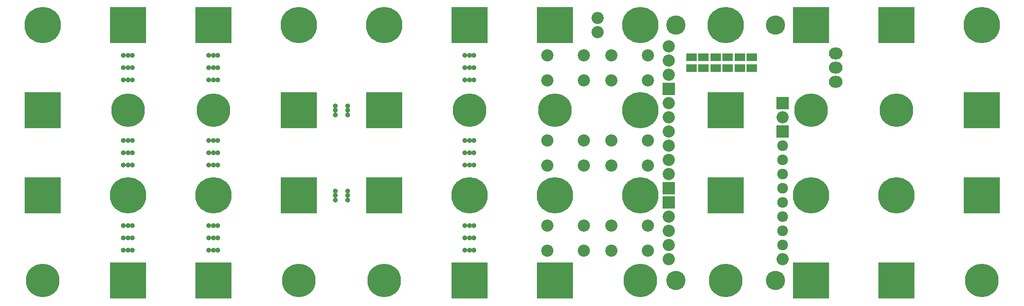
<source format=gbs>
%TF.GenerationSoftware,KiCad,Pcbnew,4.0.7-e0-6372~58~ubuntu16.04.1*%
%TF.CreationDate,2017-08-10T17:10:22+05:30*%
%TF.ProjectId,ultim_bus,756C74696D5F6275732E6B696361645F,rev?*%
%TF.FileFunction,Soldermask,Bot*%
%FSLAX46Y46*%
G04 Gerber Fmt 4.6, Leading zero omitted, Abs format (unit mm)*
G04 Created by KiCad (PCBNEW 4.0.7-e0-6372~58~ubuntu16.04.1) date Thu Aug 10 17:10:22 2017*
%MOMM*%
%LPD*%
G01*
G04 APERTURE LIST*
%ADD10C,0.101600*%
%ADD11C,2.178000*%
%ADD12C,0.900000*%
%ADD13C,6.496000*%
%ADD14R,6.496000X6.496000*%
%ADD15C,6.000000*%
%ADD16O,2.432000X2.127200*%
%ADD17R,1.850000X1.400000*%
%ADD18R,2.178000X2.178000*%
%ADD19C,1.924000*%
%ADD20C,3.448000*%
G04 APERTURE END LIST*
D10*
D11*
X129615000Y-66330000D03*
X123115000Y-70830000D03*
X129615000Y-70830000D03*
X123115000Y-66330000D03*
D12*
X85260000Y-60960000D03*
X87460000Y-60960000D03*
X85260000Y-60160000D03*
X85260000Y-61760000D03*
X87460000Y-61760000D03*
X87460000Y-60160000D03*
D13*
X63500000Y-60960000D03*
X170180000Y-60960000D03*
X124460000Y-60960000D03*
X109220000Y-60960000D03*
X48260000Y-60960000D03*
X185420000Y-60960000D03*
D12*
X85260000Y-45720000D03*
X87460000Y-45720000D03*
X85260000Y-44920000D03*
X85260000Y-46520000D03*
X87460000Y-46520000D03*
X87460000Y-44920000D03*
D13*
X200660000Y-30480000D03*
X33020000Y-30480000D03*
X78740000Y-30480000D03*
X93980000Y-30480000D03*
X139700000Y-30480000D03*
X154940000Y-30480000D03*
D14*
X185420000Y-30480000D03*
X48260000Y-30480000D03*
X63500000Y-30480000D03*
X109220000Y-30480000D03*
X124460000Y-30480000D03*
X170180000Y-30480000D03*
X200660000Y-60960000D03*
X33020000Y-60960000D03*
X78740000Y-60960000D03*
X93980000Y-60960000D03*
D13*
X139700000Y-60960000D03*
D14*
X154940000Y-60960000D03*
D15*
X185420000Y-45720000D03*
D14*
X200660000Y-45720000D03*
X33020000Y-45720000D03*
D15*
X48260000Y-45720000D03*
X63500000Y-45720000D03*
D14*
X78740000Y-45720000D03*
X93980000Y-45720000D03*
D15*
X109220000Y-45720000D03*
X124460000Y-45720000D03*
D13*
X139700000Y-45720000D03*
D14*
X154940000Y-45720000D03*
D15*
X170180000Y-45720000D03*
D14*
X185420000Y-76200000D03*
D15*
X200660000Y-76200000D03*
X33020000Y-76200000D03*
D14*
X48260000Y-76200000D03*
X63500000Y-76200000D03*
D15*
X78740000Y-76200000D03*
X93980000Y-76200000D03*
D14*
X109220000Y-76200000D03*
X124460000Y-76200000D03*
D15*
X139700000Y-76200000D03*
X154940000Y-76200000D03*
D14*
X170180000Y-76200000D03*
D12*
X48260000Y-35900000D03*
X48260000Y-40300000D03*
X49060000Y-35900000D03*
X47460000Y-35900000D03*
X47460000Y-40300000D03*
X49060000Y-40300000D03*
X48260000Y-38100000D03*
X49060000Y-38100000D03*
X47460000Y-38100000D03*
X48260000Y-51140000D03*
X48260000Y-55540000D03*
X49060000Y-51140000D03*
X47460000Y-51140000D03*
X47460000Y-55540000D03*
X49060000Y-55540000D03*
X48260000Y-53340000D03*
X49060000Y-53340000D03*
X47460000Y-53340000D03*
X48260000Y-66380000D03*
X48260000Y-70780000D03*
X49060000Y-66380000D03*
X47460000Y-66380000D03*
X47460000Y-70780000D03*
X49060000Y-70780000D03*
X48260000Y-68580000D03*
X49060000Y-68580000D03*
X47460000Y-68580000D03*
D16*
X174625000Y-40640000D03*
X174625000Y-38100000D03*
X174625000Y-35560000D03*
D12*
X63500000Y-35900000D03*
X63500000Y-40300000D03*
X64300000Y-35900000D03*
X62700000Y-35900000D03*
X62700000Y-40300000D03*
X64300000Y-40300000D03*
X63500000Y-38100000D03*
X64300000Y-38100000D03*
X62700000Y-38100000D03*
X109220000Y-35900000D03*
X109220000Y-40300000D03*
X110020000Y-35900000D03*
X108420000Y-35900000D03*
X108420000Y-40300000D03*
X110020000Y-40300000D03*
X109220000Y-38100000D03*
X110020000Y-38100000D03*
X108420000Y-38100000D03*
X63500000Y-51140000D03*
X63500000Y-55540000D03*
X64300000Y-51140000D03*
X62700000Y-51140000D03*
X62700000Y-55540000D03*
X64300000Y-55540000D03*
X63500000Y-53340000D03*
X64300000Y-53340000D03*
X62700000Y-53340000D03*
X109220000Y-51140000D03*
X109220000Y-55540000D03*
X110020000Y-51140000D03*
X108420000Y-51140000D03*
X108420000Y-55540000D03*
X110020000Y-55540000D03*
X109220000Y-53340000D03*
X110020000Y-53340000D03*
X108420000Y-53340000D03*
X63500000Y-66380000D03*
X63500000Y-70780000D03*
X64300000Y-66380000D03*
X62700000Y-66380000D03*
X62700000Y-70780000D03*
X64300000Y-70780000D03*
X63500000Y-68580000D03*
X64300000Y-68580000D03*
X62700000Y-68580000D03*
X109220000Y-66380000D03*
X109220000Y-70780000D03*
X110020000Y-66380000D03*
X108420000Y-66380000D03*
X108420000Y-70780000D03*
X110020000Y-70780000D03*
X109220000Y-68580000D03*
X110020000Y-68580000D03*
X108420000Y-68580000D03*
D17*
X148844000Y-36261000D03*
X148844000Y-38161000D03*
X151003000Y-36261000D03*
X151003000Y-38161000D03*
X153162000Y-36261000D03*
X153162000Y-38161000D03*
X155321000Y-36261000D03*
X155321000Y-38161000D03*
X157480000Y-36261000D03*
X157480000Y-38161000D03*
X159639000Y-36261000D03*
X159639000Y-38161000D03*
D11*
X132080000Y-31710000D03*
X132080000Y-29210000D03*
X134545000Y-40350000D03*
X141045000Y-35850000D03*
X134545000Y-35850000D03*
X141045000Y-40350000D03*
X123115000Y-40350000D03*
X129615000Y-35850000D03*
X123115000Y-35850000D03*
X129615000Y-40350000D03*
X134545000Y-55590000D03*
X141045000Y-51090000D03*
X134545000Y-51090000D03*
X141045000Y-55590000D03*
X123115000Y-55590000D03*
X129615000Y-51090000D03*
X123115000Y-51090000D03*
X129615000Y-55590000D03*
X141045000Y-66330000D03*
X134545000Y-70830000D03*
X141045000Y-70830000D03*
X134545000Y-66330000D03*
D18*
X144780000Y-41910000D03*
X165100000Y-44450000D03*
X165100000Y-49530000D03*
X144780000Y-59690000D03*
X144780000Y-62230000D03*
D11*
X144780000Y-34290000D03*
X144780000Y-36830000D03*
X144780000Y-39370000D03*
X144780000Y-44450000D03*
X144780000Y-46990000D03*
X144780000Y-49530000D03*
X144780000Y-52070000D03*
X144780000Y-54610000D03*
X144780000Y-57150000D03*
X144780000Y-64770000D03*
X144780000Y-67310000D03*
X144780000Y-69850000D03*
X144780000Y-72390000D03*
X165100000Y-72390000D03*
D19*
X165100000Y-69850000D03*
X165100000Y-67310000D03*
X165100000Y-64770000D03*
X165100000Y-62230000D03*
X165100000Y-59690000D03*
X165100000Y-57150000D03*
X165100000Y-54610000D03*
X165100000Y-52070000D03*
D11*
X165100000Y-46990000D03*
D20*
X146050000Y-30480000D03*
X146050000Y-76200000D03*
X163830000Y-76200000D03*
X163830000Y-30480000D03*
M02*

</source>
